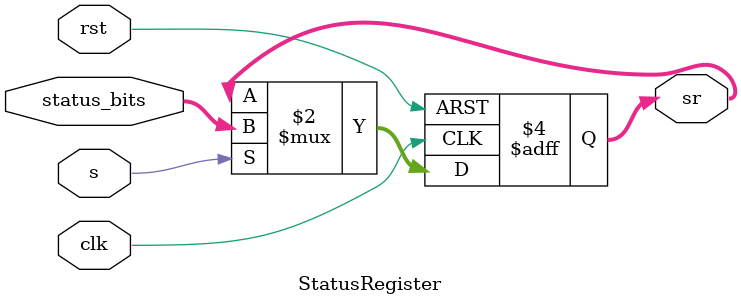
<source format=v>
module StatusRegister (
  input            clk,
  input            rst,
  
  // From Execution Stage
  input            s,
  input [3:0]      status_bits,
  
  output reg [3:0] sr
  );
  
  always @ (negedge clk, posedge rst) begin
    if (rst) begin
      sr <= 4'b0000;
    end else if (s) begin
      sr <= status_bits;
    end
  end

endmodule

</source>
